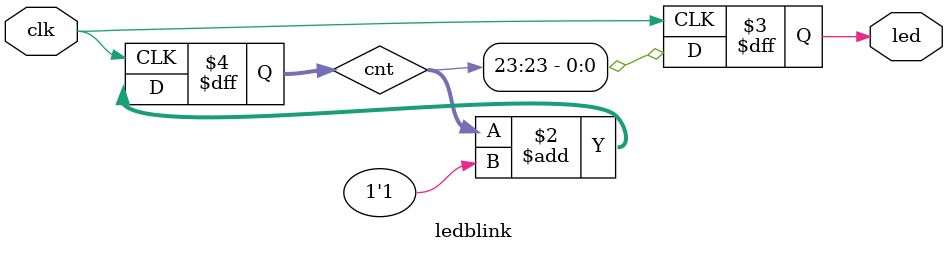
<source format=v>
module ledblink(clk,led);
input clk; output led; reg led;
reg[23:0] cnt;
always @(posedge clk) begin cnt<= cnt + 1'b1; led<=cnt[23];
end
endmodule





</source>
